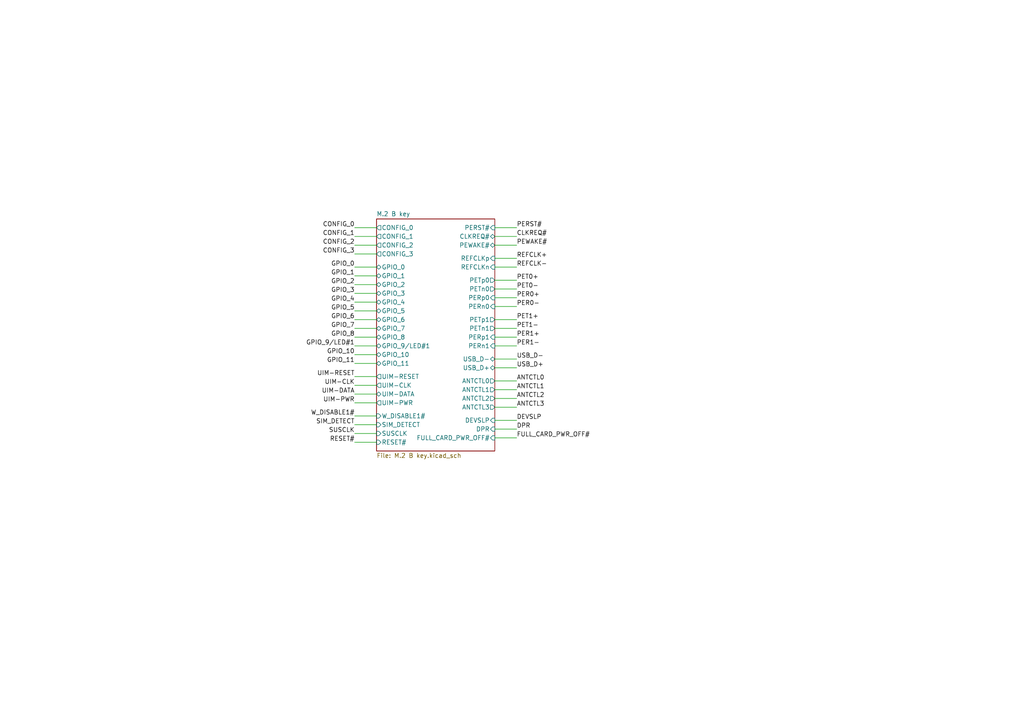
<source format=kicad_sch>
(kicad_sch
	(version 20250114)
	(generator "eeschema")
	(generator_version "9.0")
	(uuid "e31ea4dc-69f8-4799-954a-7ffde5e92b0b")
	(paper "A4")
	(lib_symbols)
	(wire
		(pts
			(xy 102.87 120.65) (xy 109.22 120.65)
		)
		(stroke
			(width 0)
			(type default)
		)
		(uuid "0bf35336-1d4f-4d48-9c58-7b1601870225")
	)
	(wire
		(pts
			(xy 102.87 77.47) (xy 109.22 77.47)
		)
		(stroke
			(width 0)
			(type default)
		)
		(uuid "107fd2fb-f802-4eb5-9c4f-5eb9ca34a4d1")
	)
	(wire
		(pts
			(xy 102.87 92.71) (xy 109.22 92.71)
		)
		(stroke
			(width 0)
			(type default)
		)
		(uuid "1220f053-73d3-4ef5-8ccb-9280f4ef2164")
	)
	(wire
		(pts
			(xy 102.87 97.79) (xy 109.22 97.79)
		)
		(stroke
			(width 0)
			(type default)
		)
		(uuid "1371d79f-5924-425f-99d7-fa44d80de26d")
	)
	(wire
		(pts
			(xy 102.87 90.17) (xy 109.22 90.17)
		)
		(stroke
			(width 0)
			(type default)
		)
		(uuid "1849a0fd-3521-4665-98ce-95d9f9babb4e")
	)
	(wire
		(pts
			(xy 102.87 95.25) (xy 109.22 95.25)
		)
		(stroke
			(width 0)
			(type default)
		)
		(uuid "18cb65df-ce9a-4066-b442-efce69c061be")
	)
	(wire
		(pts
			(xy 143.51 104.14) (xy 149.86 104.14)
		)
		(stroke
			(width 0)
			(type default)
		)
		(uuid "1e2349ed-ce98-454c-a931-431b5c2eae51")
	)
	(wire
		(pts
			(xy 102.87 105.41) (xy 109.22 105.41)
		)
		(stroke
			(width 0)
			(type default)
		)
		(uuid "1e5111fb-ffe9-4b98-b9d4-ff536e44c009")
	)
	(wire
		(pts
			(xy 143.51 71.12) (xy 149.86 71.12)
		)
		(stroke
			(width 0)
			(type default)
		)
		(uuid "26d0ef4b-0ed9-4efa-95c8-dd731e0a4933")
	)
	(wire
		(pts
			(xy 143.51 68.58) (xy 149.86 68.58)
		)
		(stroke
			(width 0)
			(type default)
		)
		(uuid "2a41a310-dd3f-4664-ad75-5b8dcc81195b")
	)
	(wire
		(pts
			(xy 143.51 83.82) (xy 149.86 83.82)
		)
		(stroke
			(width 0)
			(type default)
		)
		(uuid "2c749f18-5bc6-40d8-9f21-c43d6b5fc143")
	)
	(wire
		(pts
			(xy 102.87 82.55) (xy 109.22 82.55)
		)
		(stroke
			(width 0)
			(type default)
		)
		(uuid "2edce919-5d19-48f0-ab5c-4941672204d0")
	)
	(wire
		(pts
			(xy 143.51 66.04) (xy 149.86 66.04)
		)
		(stroke
			(width 0)
			(type default)
		)
		(uuid "3d5c1419-d8a9-4efa-ac98-5fd4dca34ab9")
	)
	(wire
		(pts
			(xy 102.87 66.04) (xy 109.22 66.04)
		)
		(stroke
			(width 0)
			(type default)
		)
		(uuid "50097ed9-65de-4e8e-ad25-a56a885508e2")
	)
	(wire
		(pts
			(xy 143.51 86.36) (xy 149.86 86.36)
		)
		(stroke
			(width 0)
			(type default)
		)
		(uuid "5be70785-8dec-449f-98fe-c7c1b873f47e")
	)
	(wire
		(pts
			(xy 102.87 109.22) (xy 109.22 109.22)
		)
		(stroke
			(width 0)
			(type default)
		)
		(uuid "5cee80f7-faee-4dd0-ab52-0320b836e5be")
	)
	(wire
		(pts
			(xy 102.87 71.12) (xy 109.22 71.12)
		)
		(stroke
			(width 0)
			(type default)
		)
		(uuid "5f31ff51-9aa5-488d-ab49-0f69e84b20fc")
	)
	(wire
		(pts
			(xy 143.51 77.47) (xy 149.86 77.47)
		)
		(stroke
			(width 0)
			(type default)
		)
		(uuid "62966e50-358f-4930-93ba-dff049b0942b")
	)
	(wire
		(pts
			(xy 102.87 73.66) (xy 109.22 73.66)
		)
		(stroke
			(width 0)
			(type default)
		)
		(uuid "659a4017-6e4a-4ab2-ab53-bc79224ff2ad")
	)
	(wire
		(pts
			(xy 102.87 125.73) (xy 109.22 125.73)
		)
		(stroke
			(width 0)
			(type default)
		)
		(uuid "67a97904-a3a8-4dbc-94dd-396a9da2e0f7")
	)
	(wire
		(pts
			(xy 102.87 68.58) (xy 109.22 68.58)
		)
		(stroke
			(width 0)
			(type default)
		)
		(uuid "7b1f43e2-36da-4647-89e0-4947ba8a2485")
	)
	(wire
		(pts
			(xy 143.51 74.93) (xy 149.86 74.93)
		)
		(stroke
			(width 0)
			(type default)
		)
		(uuid "809f61c8-32c2-4032-87f2-466789b1e487")
	)
	(wire
		(pts
			(xy 102.87 100.33) (xy 109.22 100.33)
		)
		(stroke
			(width 0)
			(type default)
		)
		(uuid "84a6c57f-ae3f-4e74-a7bd-fa62c2d6f26d")
	)
	(wire
		(pts
			(xy 102.87 102.87) (xy 109.22 102.87)
		)
		(stroke
			(width 0)
			(type default)
		)
		(uuid "8727b6c1-484a-4510-b79e-73dc9761a572")
	)
	(wire
		(pts
			(xy 102.87 85.09) (xy 109.22 85.09)
		)
		(stroke
			(width 0)
			(type default)
		)
		(uuid "8a8edd8c-32ca-4d5e-9878-1316b190994c")
	)
	(wire
		(pts
			(xy 143.51 81.28) (xy 149.86 81.28)
		)
		(stroke
			(width 0)
			(type default)
		)
		(uuid "8eb810ff-4b7a-4b87-965d-72ef05c35811")
	)
	(wire
		(pts
			(xy 143.51 95.25) (xy 149.86 95.25)
		)
		(stroke
			(width 0)
			(type default)
		)
		(uuid "94dc07a6-26e6-45a1-9ba2-bb3917cd071e")
	)
	(wire
		(pts
			(xy 143.51 115.57) (xy 149.86 115.57)
		)
		(stroke
			(width 0)
			(type default)
		)
		(uuid "9ab6c92b-cbb2-40ce-bf43-af0c9ef85cb7")
	)
	(wire
		(pts
			(xy 102.87 123.19) (xy 109.22 123.19)
		)
		(stroke
			(width 0)
			(type default)
		)
		(uuid "a224610e-ecab-4c81-867d-9230c219f109")
	)
	(wire
		(pts
			(xy 143.51 124.46) (xy 149.86 124.46)
		)
		(stroke
			(width 0)
			(type default)
		)
		(uuid "a4634bf4-d99b-4a1a-8f29-6ccb6927f64c")
	)
	(wire
		(pts
			(xy 143.51 127) (xy 149.86 127)
		)
		(stroke
			(width 0)
			(type default)
		)
		(uuid "a652cde9-9d4f-49d8-aa7d-5f519b9b779e")
	)
	(wire
		(pts
			(xy 102.87 111.76) (xy 109.22 111.76)
		)
		(stroke
			(width 0)
			(type default)
		)
		(uuid "a81806b0-6cd8-48ab-a03b-d4081adefb5e")
	)
	(wire
		(pts
			(xy 102.87 128.27) (xy 109.22 128.27)
		)
		(stroke
			(width 0)
			(type default)
		)
		(uuid "adb500cb-c80b-4a85-88b3-2e7ca148749f")
	)
	(wire
		(pts
			(xy 143.51 92.71) (xy 149.86 92.71)
		)
		(stroke
			(width 0)
			(type default)
		)
		(uuid "ae14bfbd-65ac-4519-939b-4c7783b26162")
	)
	(wire
		(pts
			(xy 143.51 118.11) (xy 149.86 118.11)
		)
		(stroke
			(width 0)
			(type default)
		)
		(uuid "af8b0c05-e486-4881-b0b1-a54f82b13563")
	)
	(wire
		(pts
			(xy 102.87 80.01) (xy 109.22 80.01)
		)
		(stroke
			(width 0)
			(type default)
		)
		(uuid "b0016271-6912-4d5e-b7a2-afde7fcb0572")
	)
	(wire
		(pts
			(xy 143.51 121.92) (xy 149.86 121.92)
		)
		(stroke
			(width 0)
			(type default)
		)
		(uuid "b0ff2bcd-0b13-4c06-beb5-e0be455032df")
	)
	(wire
		(pts
			(xy 143.51 100.33) (xy 149.86 100.33)
		)
		(stroke
			(width 0)
			(type default)
		)
		(uuid "b1f914dc-eb27-47c6-a4d2-d160cec86705")
	)
	(wire
		(pts
			(xy 102.87 114.3) (xy 109.22 114.3)
		)
		(stroke
			(width 0)
			(type default)
		)
		(uuid "b78813d0-b42b-42c5-951a-86d0c9f6fbbc")
	)
	(wire
		(pts
			(xy 102.87 116.84) (xy 109.22 116.84)
		)
		(stroke
			(width 0)
			(type default)
		)
		(uuid "bf1e4a8e-4128-418c-93fc-e6e2f6b2b153")
	)
	(wire
		(pts
			(xy 143.51 106.68) (xy 149.86 106.68)
		)
		(stroke
			(width 0)
			(type default)
		)
		(uuid "c5b737c4-0faf-4cdd-b14b-68b7b551bc03")
	)
	(wire
		(pts
			(xy 143.51 97.79) (xy 149.86 97.79)
		)
		(stroke
			(width 0)
			(type default)
		)
		(uuid "ca208020-ed2b-4f5d-a533-7184b10a5679")
	)
	(wire
		(pts
			(xy 143.51 110.49) (xy 149.86 110.49)
		)
		(stroke
			(width 0)
			(type default)
		)
		(uuid "e1a00180-c025-4828-bfcf-8186070f5dae")
	)
	(wire
		(pts
			(xy 102.87 87.63) (xy 109.22 87.63)
		)
		(stroke
			(width 0)
			(type default)
		)
		(uuid "ed41ec26-fc45-4613-9b63-c05cfd7cd3c7")
	)
	(wire
		(pts
			(xy 143.51 88.9) (xy 149.86 88.9)
		)
		(stroke
			(width 0)
			(type default)
		)
		(uuid "ee04c7b7-1c85-45f5-b257-49d8a65742c3")
	)
	(wire
		(pts
			(xy 143.51 113.03) (xy 149.86 113.03)
		)
		(stroke
			(width 0)
			(type default)
		)
		(uuid "f3d465ae-1e3e-414b-b7d7-897ed88f9d4f")
	)
	(label "UIM-PWR"
		(at 102.87 116.84 180)
		(effects
			(font
				(size 1.27 1.27)
			)
			(justify right bottom)
		)
		(uuid "028c33a9-bd2a-40ef-bbac-7d46ce884c1f")
	)
	(label "PET1-"
		(at 149.86 95.25 0)
		(effects
			(font
				(size 1.27 1.27)
			)
			(justify left bottom)
		)
		(uuid "071f7c1d-8d37-434c-bdcc-5707c487f57b")
	)
	(label "UIM-RESET"
		(at 102.87 109.22 180)
		(effects
			(font
				(size 1.27 1.27)
			)
			(justify right bottom)
		)
		(uuid "0cd16d4a-2ef1-498b-abf8-e1f8309ed168")
	)
	(label "GPIO_7"
		(at 102.87 95.25 180)
		(effects
			(font
				(size 1.27 1.27)
			)
			(justify right bottom)
		)
		(uuid "0dc670a4-11e9-41df-8f36-bf6c50092bf8")
	)
	(label "CLKREQ#"
		(at 149.86 68.58 0)
		(effects
			(font
				(size 1.27 1.27)
			)
			(justify left bottom)
		)
		(uuid "12fa8133-05ff-408b-a2c8-15c87c5a8dd1")
	)
	(label "CONFIG_1"
		(at 102.87 68.58 180)
		(effects
			(font
				(size 1.27 1.27)
			)
			(justify right bottom)
		)
		(uuid "2404fa19-c881-4e63-96eb-824f95d3e780")
	)
	(label "GPIO_8"
		(at 102.87 97.79 180)
		(effects
			(font
				(size 1.27 1.27)
			)
			(justify right bottom)
		)
		(uuid "25383eac-5a0d-4660-8b57-4cc7d280be45")
	)
	(label "FULL_CARD_PWR_OFF#"
		(at 149.86 127 0)
		(effects
			(font
				(size 1.27 1.27)
			)
			(justify left bottom)
		)
		(uuid "261d8f32-bb34-4e34-ad7f-02b71fb924f8")
	)
	(label "GPIO_9{slash}LED#1"
		(at 102.87 100.33 180)
		(effects
			(font
				(size 1.27 1.27)
			)
			(justify right bottom)
		)
		(uuid "2681d184-725b-4bf0-a492-d05b77ca13a2")
	)
	(label "CONFIG_0"
		(at 102.87 66.04 180)
		(effects
			(font
				(size 1.27 1.27)
			)
			(justify right bottom)
		)
		(uuid "2b3f3384-060c-4294-9b8c-f9d343193671")
	)
	(label "ANTCTL1"
		(at 149.86 113.03 0)
		(effects
			(font
				(size 1.27 1.27)
			)
			(justify left bottom)
		)
		(uuid "2c2567e0-f096-4aca-a33a-91bbceedaaac")
	)
	(label "UIM-CLK"
		(at 102.87 111.76 180)
		(effects
			(font
				(size 1.27 1.27)
			)
			(justify right bottom)
		)
		(uuid "343a7a5e-0a09-4610-b72f-080bcc8d06c0")
	)
	(label "PER0-"
		(at 149.86 88.9 0)
		(effects
			(font
				(size 1.27 1.27)
			)
			(justify left bottom)
		)
		(uuid "41d0509c-b919-41cb-90ae-df6174e3982e")
	)
	(label "PET0-"
		(at 149.86 83.82 0)
		(effects
			(font
				(size 1.27 1.27)
			)
			(justify left bottom)
		)
		(uuid "4aef8f43-b5ec-4f72-9643-e64c14a1625e")
	)
	(label "REFCLK+"
		(at 149.86 74.93 0)
		(effects
			(font
				(size 1.27 1.27)
			)
			(justify left bottom)
		)
		(uuid "4d63c254-788b-4f45-a8db-2378c3dfeff2")
	)
	(label "RESET#"
		(at 102.87 128.27 180)
		(effects
			(font
				(size 1.27 1.27)
			)
			(justify right bottom)
		)
		(uuid "53579414-aedd-4db6-849b-23c4ab5c83e5")
	)
	(label "ANTCTL0"
		(at 149.86 110.49 0)
		(effects
			(font
				(size 1.27 1.27)
			)
			(justify left bottom)
		)
		(uuid "58df7bb9-2ac8-47e2-b46d-be9aab007577")
	)
	(label "GPIO_0"
		(at 102.87 77.47 180)
		(effects
			(font
				(size 1.27 1.27)
			)
			(justify right bottom)
		)
		(uuid "5c986cb4-7abb-47d6-800f-299879b54570")
	)
	(label "GPIO_4"
		(at 102.87 87.63 180)
		(effects
			(font
				(size 1.27 1.27)
			)
			(justify right bottom)
		)
		(uuid "5cfbd688-035f-462f-bc1e-8be336b38390")
	)
	(label "USB_D-"
		(at 149.86 104.14 0)
		(effects
			(font
				(size 1.27 1.27)
			)
			(justify left bottom)
		)
		(uuid "6550a25d-8fd3-4302-bea4-0197358bb129")
	)
	(label "GPIO_3"
		(at 102.87 85.09 180)
		(effects
			(font
				(size 1.27 1.27)
			)
			(justify right bottom)
		)
		(uuid "6685e15a-dfbd-4ec2-b7f0-e93239b982bf")
	)
	(label "GPIO_10"
		(at 102.87 102.87 180)
		(effects
			(font
				(size 1.27 1.27)
			)
			(justify right bottom)
		)
		(uuid "6e6921a2-dbc6-4246-9685-bf53baabcb25")
	)
	(label "PERST#"
		(at 149.86 66.04 0)
		(effects
			(font
				(size 1.27 1.27)
			)
			(justify left bottom)
		)
		(uuid "6fe36f41-8b9f-40f8-9af2-0ac0fb7d5d7a")
	)
	(label "W_DISABLE1#"
		(at 102.87 120.65 180)
		(effects
			(font
				(size 1.27 1.27)
			)
			(justify right bottom)
		)
		(uuid "7ad98ece-b080-4dcb-af6e-6bca4a90a03f")
	)
	(label "PET0+"
		(at 149.86 81.28 0)
		(effects
			(font
				(size 1.27 1.27)
			)
			(justify left bottom)
		)
		(uuid "7ba3c3eb-23cb-4971-8f8e-a2bcbe01f6ee")
	)
	(label "DPR"
		(at 149.86 124.46 0)
		(effects
			(font
				(size 1.27 1.27)
			)
			(justify left bottom)
		)
		(uuid "7da43272-9efd-4dcf-a67f-e01f4ef995fb")
	)
	(label "PET1+"
		(at 149.86 92.71 0)
		(effects
			(font
				(size 1.27 1.27)
			)
			(justify left bottom)
		)
		(uuid "806684da-caa1-4587-9efe-5941521683b1")
	)
	(label "PER1-"
		(at 149.86 100.33 0)
		(effects
			(font
				(size 1.27 1.27)
			)
			(justify left bottom)
		)
		(uuid "819be5ac-98d6-44f8-86b3-5600c68ad6bf")
	)
	(label "CONFIG_3"
		(at 102.87 73.66 180)
		(effects
			(font
				(size 1.27 1.27)
			)
			(justify right bottom)
		)
		(uuid "84f2957f-1aa2-4058-a821-98269565870a")
	)
	(label "UIM-DATA"
		(at 102.87 114.3 180)
		(effects
			(font
				(size 1.27 1.27)
			)
			(justify right bottom)
		)
		(uuid "858df73b-ab25-4784-a202-83c6d5d0655a")
	)
	(label "GPIO_5"
		(at 102.87 90.17 180)
		(effects
			(font
				(size 1.27 1.27)
			)
			(justify right bottom)
		)
		(uuid "94636c75-cfec-4625-93ac-9449735dfeb4")
	)
	(label "ANTCTL2"
		(at 149.86 115.57 0)
		(effects
			(font
				(size 1.27 1.27)
			)
			(justify left bottom)
		)
		(uuid "9db75206-006a-4705-8091-365eea98b329")
	)
	(label "PER0+"
		(at 149.86 86.36 0)
		(effects
			(font
				(size 1.27 1.27)
			)
			(justify left bottom)
		)
		(uuid "b96686f7-5aa3-40ce-b3af-61bf7a9abb93")
	)
	(label "PER1+"
		(at 149.86 97.79 0)
		(effects
			(font
				(size 1.27 1.27)
			)
			(justify left bottom)
		)
		(uuid "c57ad156-178a-4764-88d6-c0089f5e009a")
	)
	(label "REFCLK-"
		(at 149.86 77.47 0)
		(effects
			(font
				(size 1.27 1.27)
			)
			(justify left bottom)
		)
		(uuid "c73d19da-9c5b-4e79-b143-ec9a8c292405")
	)
	(label "GPIO_1"
		(at 102.87 80.01 180)
		(effects
			(font
				(size 1.27 1.27)
			)
			(justify right bottom)
		)
		(uuid "c7a63dfe-890b-4b3a-88cf-2022c9e9ece1")
	)
	(label "SIM_DETECT"
		(at 102.87 123.19 180)
		(effects
			(font
				(size 1.27 1.27)
			)
			(justify right bottom)
		)
		(uuid "d9cbb9f0-1b36-4f34-aec6-0e47ae215ff8")
	)
	(label "GPIO_6"
		(at 102.87 92.71 180)
		(effects
			(font
				(size 1.27 1.27)
			)
			(justify right bottom)
		)
		(uuid "daca7afd-fa94-47bb-8bde-cf7446eb2308")
	)
	(label "DEVSLP"
		(at 149.86 121.92 0)
		(effects
			(font
				(size 1.27 1.27)
			)
			(justify left bottom)
		)
		(uuid "ddd7e29b-1a88-494d-af67-8efaf2033659")
	)
	(label "CONFIG_2"
		(at 102.87 71.12 180)
		(effects
			(font
				(size 1.27 1.27)
			)
			(justify right bottom)
		)
		(uuid "dfe22c92-c3b2-4c16-8595-84220b107873")
	)
	(label "GPIO_11"
		(at 102.87 105.41 180)
		(effects
			(font
				(size 1.27 1.27)
			)
			(justify right bottom)
		)
		(uuid "e342084c-6c35-4b4a-8c02-63216a0fb512")
	)
	(label "PEWAKE#"
		(at 149.86 71.12 0)
		(effects
			(font
				(size 1.27 1.27)
			)
			(justify left bottom)
		)
		(uuid "eea202aa-ee0f-42fb-b7f2-da327bc73f99")
	)
	(label "SUSCLK"
		(at 102.87 125.73 180)
		(effects
			(font
				(size 1.27 1.27)
			)
			(justify right bottom)
		)
		(uuid "eee1d635-d9c7-4eb6-8a63-3f4d84c1ffc7")
	)
	(label "GPIO_2"
		(at 102.87 82.55 180)
		(effects
			(font
				(size 1.27 1.27)
			)
			(justify right bottom)
		)
		(uuid "ef49f580-db42-4fd3-af27-5823b94d9629")
	)
	(label "USB_D+"
		(at 149.86 106.68 0)
		(effects
			(font
				(size 1.27 1.27)
			)
			(justify left bottom)
		)
		(uuid "f900528b-a6cb-4bc3-bba0-75e5d16df423")
	)
	(label "ANTCTL3"
		(at 149.86 118.11 0)
		(effects
			(font
				(size 1.27 1.27)
			)
			(justify left bottom)
		)
		(uuid "fdf08fcb-d2e6-433c-8650-be80518d7b2c")
	)
	(sheet
		(at 109.22 63.5)
		(size 34.29 67.31)
		(exclude_from_sim no)
		(in_bom yes)
		(on_board yes)
		(dnp no)
		(fields_autoplaced yes)
		(stroke
			(width 0.1524)
			(type solid)
		)
		(fill
			(color 0 0 0 0.0000)
		)
		(uuid "620e38b4-3081-4331-a035-28895cf2de31")
		(property "Sheetname" "M.2 B key"
			(at 109.22 62.7884 0)
			(effects
				(font
					(size 1.27 1.27)
				)
				(justify left bottom)
			)
		)
		(property "Sheetfile" "M.2 B key.kicad_sch"
			(at 109.22 131.3946 0)
			(effects
				(font
					(size 1.27 1.27)
				)
				(justify left top)
			)
		)
		(pin "CONFIG_1" output
			(at 109.22 68.58 180)
			(uuid "126230e4-1841-4b46-9a60-3cde405c1eaa")
			(effects
				(font
					(size 1.27 1.27)
				)
				(justify left)
			)
		)
		(pin "CONFIG_3" output
			(at 109.22 73.66 180)
			(uuid "f97d5748-e2c7-441d-9935-81f207841c2e")
			(effects
				(font
					(size 1.27 1.27)
				)
				(justify left)
			)
		)
		(pin "CONFIG_0" output
			(at 109.22 66.04 180)
			(uuid "76142e5c-2a8e-49a1-bd0d-0cb0b9c43f7b")
			(effects
				(font
					(size 1.27 1.27)
				)
				(justify left)
			)
		)
		(pin "CONFIG_2" output
			(at 109.22 71.12 180)
			(uuid "6a98f140-916c-4d89-ab88-7806585bccf7")
			(effects
				(font
					(size 1.27 1.27)
				)
				(justify left)
			)
		)
		(pin "GPIO_5" bidirectional
			(at 109.22 90.17 180)
			(uuid "a2bcb4b2-ee7e-46cf-85d0-39f5ade8b1ea")
			(effects
				(font
					(size 1.27 1.27)
				)
				(justify left)
			)
		)
		(pin "GPIO_9/LED#1" bidirectional
			(at 109.22 100.33 180)
			(uuid "dc72daa4-22c6-47b2-bbb5-90d1ec6376bb")
			(effects
				(font
					(size 1.27 1.27)
				)
				(justify left)
			)
		)
		(pin "GPIO_6" bidirectional
			(at 109.22 92.71 180)
			(uuid "fa5ed47c-fe31-4505-8818-6526315a15a7")
			(effects
				(font
					(size 1.27 1.27)
				)
				(justify left)
			)
		)
		(pin "GPIO_4" bidirectional
			(at 109.22 87.63 180)
			(uuid "1a953862-8957-4620-957c-63bf9f0ad0cd")
			(effects
				(font
					(size 1.27 1.27)
				)
				(justify left)
			)
		)
		(pin "GPIO_3" bidirectional
			(at 109.22 85.09 180)
			(uuid "4db7cbf4-23cc-4b1a-bcac-48ef0fdd359f")
			(effects
				(font
					(size 1.27 1.27)
				)
				(justify left)
			)
		)
		(pin "GPIO_2" bidirectional
			(at 109.22 82.55 180)
			(uuid "58527d58-f0b0-44f1-89b6-c56cbb9334b9")
			(effects
				(font
					(size 1.27 1.27)
				)
				(justify left)
			)
		)
		(pin "GPIO_11" bidirectional
			(at 109.22 105.41 180)
			(uuid "4d9b912a-d3e0-45be-9de9-eaf4dab24a69")
			(effects
				(font
					(size 1.27 1.27)
				)
				(justify left)
			)
		)
		(pin "GPIO_10" bidirectional
			(at 109.22 102.87 180)
			(uuid "84e933ae-4e81-4b97-8ded-f1fcb2536bb3")
			(effects
				(font
					(size 1.27 1.27)
				)
				(justify left)
			)
		)
		(pin "GPIO_7" bidirectional
			(at 109.22 95.25 180)
			(uuid "d96861d7-4f2c-490c-80aa-13ec87e33280")
			(effects
				(font
					(size 1.27 1.27)
				)
				(justify left)
			)
		)
		(pin "GPIO_8" bidirectional
			(at 109.22 97.79 180)
			(uuid "5b2392d4-fd7d-46cf-b6f6-201d0f722627")
			(effects
				(font
					(size 1.27 1.27)
				)
				(justify left)
			)
		)
		(pin "GPIO_1" bidirectional
			(at 109.22 80.01 180)
			(uuid "3b0c9ed4-db84-43b7-a9a0-179053dd5b03")
			(effects
				(font
					(size 1.27 1.27)
				)
				(justify left)
			)
		)
		(pin "GPIO_0" bidirectional
			(at 109.22 77.47 180)
			(uuid "4d4ebbe7-fe9e-481b-993c-c54480638713")
			(effects
				(font
					(size 1.27 1.27)
				)
				(justify left)
			)
		)
		(pin "UIM-RESET" output
			(at 109.22 109.22 180)
			(uuid "442e0a5d-655e-4d75-8d0c-02d2ae548235")
			(effects
				(font
					(size 1.27 1.27)
				)
				(justify left)
			)
		)
		(pin "UIM-CLK" output
			(at 109.22 111.76 180)
			(uuid "e8bab867-d7ce-4ae5-8985-2a88282be258")
			(effects
				(font
					(size 1.27 1.27)
				)
				(justify left)
			)
		)
		(pin "UIM-DATA" bidirectional
			(at 109.22 114.3 180)
			(uuid "533e23e5-2263-43c3-ad8b-3ce2a0e71efe")
			(effects
				(font
					(size 1.27 1.27)
				)
				(justify left)
			)
		)
		(pin "UIM-PWR" output
			(at 109.22 116.84 180)
			(uuid "29c1f794-d6ac-406a-bcdb-f728c07cdb5a")
			(effects
				(font
					(size 1.27 1.27)
				)
				(justify left)
			)
		)
		(pin "PERST#" input
			(at 143.51 66.04 0)
			(uuid "1bb713a5-82e2-4b23-8dfd-411b1d017878")
			(effects
				(font
					(size 1.27 1.27)
				)
				(justify right)
			)
		)
		(pin "PEWAKE#" bidirectional
			(at 143.51 71.12 0)
			(uuid "25c1a613-16bf-478c-b02e-e1d2094e0416")
			(effects
				(font
					(size 1.27 1.27)
				)
				(justify right)
			)
		)
		(pin "CLKREQ#" bidirectional
			(at 143.51 68.58 0)
			(uuid "54b2824c-26e2-4809-be51-fef1f5d2a319")
			(effects
				(font
					(size 1.27 1.27)
				)
				(justify right)
			)
		)
		(pin "REFCLKp" input
			(at 143.51 74.93 0)
			(uuid "7c2cb1ff-6fa1-4fac-8546-ac04022e69c8")
			(effects
				(font
					(size 1.27 1.27)
				)
				(justify right)
			)
		)
		(pin "REFCLKn" input
			(at 143.51 77.47 0)
			(uuid "eb02fbaf-f089-4520-859f-38a4b1758454")
			(effects
				(font
					(size 1.27 1.27)
				)
				(justify right)
			)
		)
		(pin "PETp0" output
			(at 143.51 81.28 0)
			(uuid "2e0173c2-4216-431a-84c5-0f5b848ddecb")
			(effects
				(font
					(size 1.27 1.27)
				)
				(justify right)
			)
		)
		(pin "PETn0" output
			(at 143.51 83.82 0)
			(uuid "4a6ab6f7-623d-40d6-abef-7c01db6ccd46")
			(effects
				(font
					(size 1.27 1.27)
				)
				(justify right)
			)
		)
		(pin "PERn0" input
			(at 143.51 88.9 0)
			(uuid "ff636604-4981-411a-aaec-c6db3efec7c6")
			(effects
				(font
					(size 1.27 1.27)
				)
				(justify right)
			)
		)
		(pin "PERp0" input
			(at 143.51 86.36 0)
			(uuid "1c669cc1-4ef0-4d3c-8356-cb112febbf77")
			(effects
				(font
					(size 1.27 1.27)
				)
				(justify right)
			)
		)
		(pin "PETp1" output
			(at 143.51 92.71 0)
			(uuid "693eca86-99b1-4157-9f8d-b8181bbaf838")
			(effects
				(font
					(size 1.27 1.27)
				)
				(justify right)
			)
		)
		(pin "PETn1" output
			(at 143.51 95.25 0)
			(uuid "f04ecceb-ade4-47f6-b829-7b432e4a1c17")
			(effects
				(font
					(size 1.27 1.27)
				)
				(justify right)
			)
		)
		(pin "PERn1" input
			(at 143.51 100.33 0)
			(uuid "9d099f65-0aeb-4ea5-9e86-9347b4a6cf00")
			(effects
				(font
					(size 1.27 1.27)
				)
				(justify right)
			)
		)
		(pin "PERp1" input
			(at 143.51 97.79 0)
			(uuid "e4c8058d-591c-4b16-a4c7-71fa6b7845b3")
			(effects
				(font
					(size 1.27 1.27)
				)
				(justify right)
			)
		)
		(pin "USB_D-" bidirectional
			(at 143.51 104.14 0)
			(uuid "d87ab5de-d888-4845-8bf6-0d2a6258e516")
			(effects
				(font
					(size 1.27 1.27)
				)
				(justify right)
			)
		)
		(pin "USB_D+" bidirectional
			(at 143.51 106.68 0)
			(uuid "c92222d3-5115-49d6-8f1b-e0d7ded5ffba")
			(effects
				(font
					(size 1.27 1.27)
				)
				(justify right)
			)
		)
		(pin "ANTCTL0" output
			(at 143.51 110.49 0)
			(uuid "8a4dde1a-52ba-4c74-a358-7d4fbb32cae2")
			(effects
				(font
					(size 1.27 1.27)
				)
				(justify right)
			)
		)
		(pin "ANTCTL3" output
			(at 143.51 118.11 0)
			(uuid "7340cfc0-e6a8-47d9-a114-0995a0ce7098")
			(effects
				(font
					(size 1.27 1.27)
				)
				(justify right)
			)
		)
		(pin "ANTCTL1" output
			(at 143.51 113.03 0)
			(uuid "28be0a98-e7f1-40f9-b9c7-ea904741979e")
			(effects
				(font
					(size 1.27 1.27)
				)
				(justify right)
			)
		)
		(pin "ANTCTL2" output
			(at 143.51 115.57 0)
			(uuid "717a1ebb-ae6c-46d7-9e5b-09b715de59b2")
			(effects
				(font
					(size 1.27 1.27)
				)
				(justify right)
			)
		)
		(pin "W_DISABLE1#" input
			(at 109.22 120.65 180)
			(uuid "574e1987-d091-4fa7-bd4c-2e208b5a839d")
			(effects
				(font
					(size 1.27 1.27)
				)
				(justify left)
			)
		)
		(pin "SIM_DETECT" input
			(at 109.22 123.19 180)
			(uuid "f4a61213-7c76-4641-a830-2f2e260863a3")
			(effects
				(font
					(size 1.27 1.27)
				)
				(justify left)
			)
		)
		(pin "RESET#" input
			(at 109.22 128.27 180)
			(uuid "9f89687f-3b07-4552-95f0-524d4af583a7")
			(effects
				(font
					(size 1.27 1.27)
				)
				(justify left)
			)
		)
		(pin "DEVSLP" input
			(at 143.51 121.92 0)
			(uuid "7ad56709-0c04-480c-9451-3f19ccc94cf4")
			(effects
				(font
					(size 1.27 1.27)
				)
				(justify right)
			)
		)
		(pin "FULL_CARD_PWR_OFF#" input
			(at 143.51 127 0)
			(uuid "2096fd27-4168-4cdd-930c-1502a3b23f20")
			(effects
				(font
					(size 1.27 1.27)
				)
				(justify right)
			)
		)
		(pin "DPR" input
			(at 143.51 124.46 0)
			(uuid "4ab370c0-88c0-4ff0-8f23-65e4c0916d3b")
			(effects
				(font
					(size 1.27 1.27)
				)
				(justify right)
			)
		)
		(pin "SUSCLK" input
			(at 109.22 125.73 180)
			(uuid "4b49428f-af23-4c73-8ed7-f496a9814163")
			(effects
				(font
					(size 1.27 1.27)
				)
				(justify left)
			)
		)
		(instances
			(project "M.2 B Key 2260"
				(path "/e31ea4dc-69f8-4799-954a-7ffde5e92b0b"
					(page "2")
				)
			)
		)
	)
	(sheet_instances
		(path "/"
			(page "1")
		)
	)
	(embedded_fonts no)
)

</source>
